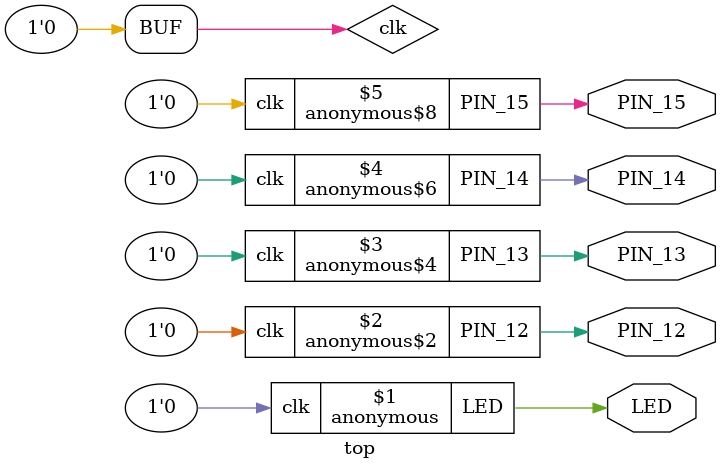
<source format=v>
/* Generated by Yosys 0.8+308 (git sha1 7682629b, clang 7.0.1-4 -fPIC -Os) */

(* \nmigen.hierarchy  = "top.anonymous" *)
(* generator = "nMigen" *)
module anonymous(clk, LED);
  (* src = "blinky.py:20" *)
  reg \$next\LED ;
  (* src = "blinky.py:20" *)
  output LED;
  (* src = "blinky.py:37" *)
  input clk;
  (* src = "/opt/FPGA/tinybx_stuff/blinky2/lsfr.py:12" *)
  wire o;
  \anonymous$1  \$1  (
    .clk(clk),
    .o(o)
  );
  always @* begin
    \$next\LED  = 1'h0;
    \$next\LED  = o;
  end
  assign LED = \$next\LED ;
endmodule

(* \nmigen.hierarchy  = "top.anonymous.anonymous" *)
(* generator = "nMigen" *)
module \anonymous$1 (clk, o);
  wire \$1 ;
  wire \$10 ;
  wire \$13 ;
  wire \$15 ;
  wire [20:0] \$17 ;
  wire [20:0] \$18 ;
  wire \$2 ;
  wire \$4 ;
  wire \$6 ;
  wire \$8 ;
  (* src = "/opt/FPGA/tinybx_stuff/blinky2/lsfr.py:12" *)
  reg \$next\o ;
  (* src = "/opt/FPGA/tinybx_stuff/blinky2/lsfr.py:21" *)
  reg [10:0] \$next\state ;
  (* src = "/opt/FPGA/tinybx_stuff/blinky2/lsfr.py:16" *)
  reg [19:0] \$next\stretcher ;
  (* src = "blinky.py:37" *)
  input clk;
  (* src = "/opt/FPGA/tinybx_stuff/blinky2/lsfr.py:12" *)
  output o;
  (* init = 11'h67c *)
  (* src = "/opt/FPGA/tinybx_stuff/blinky2/lsfr.py:21" *)
  reg [10:0] state = 11'h67c;
  (* init = 20'h00000 *)
  (* src = "/opt/FPGA/tinybx_stuff/blinky2/lsfr.py:16" *)
  reg [19:0] stretcher = 20'h00000;
  assign \$10  = \$8  ^ (* src = "/opt/FPGA/tinybx_stuff/blinky2/lsfr.py:22" *) state[10];
  assign \$1  = ~ (* src = "/opt/FPGA/tinybx_stuff/blinky2/lsfr.py:22" *) \$10 ;
  assign \$13  = stretcher == (* src = "/opt/FPGA/tinybx_stuff/blinky2/lsfr.py:23" *) 20'hfa000;
  assign \$15  = stretcher == (* src = "/opt/FPGA/tinybx_stuff/blinky2/lsfr.py:26" *) 20'hfa001;
  assign \$18  = stretcher + (* src = "/opt/FPGA/tinybx_stuff/blinky2/lsfr.py:29" *) 1'h1;
  assign \$2  = state[0] ^ (* src = "/opt/FPGA/tinybx_stuff/blinky2/lsfr.py:22" *) state[3];
  assign \$4  = \$2  ^ (* src = "/opt/FPGA/tinybx_stuff/blinky2/lsfr.py:22" *) state[4];
  assign \$6  = \$4  ^ (* src = "/opt/FPGA/tinybx_stuff/blinky2/lsfr.py:22" *) state[7];
  assign \$8  = \$6  ^ (* src = "/opt/FPGA/tinybx_stuff/blinky2/lsfr.py:22" *) state[8];
  always @(posedge clk)
      state <= \$next\state ;
  always @(posedge clk)
      stretcher <= \$next\stretcher ;
  always @* begin
    \$next\o  = 1'h0;
    \$next\o  = \$1 ;
  end
  always @* begin
    \$next\state  = state;
    casez (\$13 )
      1'h1:
          \$next\state  = { state[9:0], o };
    endcase
  end
  always @* begin
    \$next\stretcher  = stretcher;
    casez (\$15 )
      1'h1:
          \$next\stretcher  = 20'h00000;
      1'hz:
          \$next\stretcher  = \$17 [19:0];
    endcase
  end
  assign \$17  = \$18 ;
  assign o = \$next\o ;
endmodule

(* \nmigen.hierarchy  = "top.anonymous" *)
(* generator = "nMigen" *)
module \anonymous$2 (PIN_12, clk);
  (* src = "blinky.py:20" *)
  reg \$next\PIN_12 ;
  (* src = "blinky.py:20" *)
  output PIN_12;
  (* src = "blinky.py:37" *)
  input clk;
  (* src = "/opt/FPGA/tinybx_stuff/blinky2/lsfr.py:12" *)
  wire o;
  \anonymous$3  \$1  (
    .clk(clk),
    .o(o)
  );
  always @* begin
    \$next\PIN_12  = 1'h0;
    \$next\PIN_12  = o;
  end
  assign PIN_12 = \$next\PIN_12 ;
endmodule

(* \nmigen.hierarchy  = "top.anonymous.anonymous" *)
(* generator = "nMigen" *)
module \anonymous$3 (o, clk);
  wire \$1 ;
  wire \$10 ;
  wire \$13 ;
  wire \$15 ;
  wire [20:0] \$17 ;
  wire [20:0] \$18 ;
  wire \$2 ;
  wire \$4 ;
  wire \$6 ;
  wire \$8 ;
  (* src = "/opt/FPGA/tinybx_stuff/blinky2/lsfr.py:12" *)
  reg \$next\o ;
  (* src = "/opt/FPGA/tinybx_stuff/blinky2/lsfr.py:21" *)
  reg [12:0] \$next\state ;
  (* src = "/opt/FPGA/tinybx_stuff/blinky2/lsfr.py:16" *)
  reg [19:0] \$next\stretcher ;
  (* src = "blinky.py:37" *)
  input clk;
  (* src = "/opt/FPGA/tinybx_stuff/blinky2/lsfr.py:12" *)
  output o;
  (* init = 13'h0c63 *)
  (* src = "/opt/FPGA/tinybx_stuff/blinky2/lsfr.py:21" *)
  reg [12:0] state = 13'h0c63;
  (* init = 20'h00000 *)
  (* src = "/opt/FPGA/tinybx_stuff/blinky2/lsfr.py:16" *)
  reg [19:0] stretcher = 20'h00000;
  assign \$10  = \$8  ^ (* src = "/opt/FPGA/tinybx_stuff/blinky2/lsfr.py:22" *) state[12];
  assign \$1  = ~ (* src = "/opt/FPGA/tinybx_stuff/blinky2/lsfr.py:22" *) \$10 ;
  assign \$13  = stretcher == (* src = "/opt/FPGA/tinybx_stuff/blinky2/lsfr.py:23" *) 20'hfa000;
  assign \$15  = stretcher == (* src = "/opt/FPGA/tinybx_stuff/blinky2/lsfr.py:26" *) 20'hfa001;
  assign \$18  = stretcher + (* src = "/opt/FPGA/tinybx_stuff/blinky2/lsfr.py:29" *) 1'h1;
  assign \$2  = state[1] ^ (* src = "/opt/FPGA/tinybx_stuff/blinky2/lsfr.py:22" *) state[3];
  assign \$4  = \$2  ^ (* src = "/opt/FPGA/tinybx_stuff/blinky2/lsfr.py:22" *) state[4];
  assign \$6  = \$4  ^ (* src = "/opt/FPGA/tinybx_stuff/blinky2/lsfr.py:22" *) state[6];
  assign \$8  = \$6  ^ (* src = "/opt/FPGA/tinybx_stuff/blinky2/lsfr.py:22" *) state[9];
  always @(posedge clk)
      stretcher <= \$next\stretcher ;
  always @(posedge clk)
      state <= \$next\state ;
  always @* begin
    \$next\o  = 1'h0;
    \$next\o  = \$1 ;
  end
  always @* begin
    \$next\state  = state;
    casez (\$13 )
      1'h1:
          \$next\state  = { state[11:0], o };
    endcase
  end
  always @* begin
    \$next\stretcher  = stretcher;
    casez (\$15 )
      1'h1:
          \$next\stretcher  = 20'h00000;
      1'hz:
          \$next\stretcher  = \$17 [19:0];
    endcase
  end
  assign \$17  = \$18 ;
  assign o = \$next\o ;
endmodule

(* \nmigen.hierarchy  = "top.anonymous" *)
(* generator = "nMigen" *)
module \anonymous$4 (PIN_13, clk);
  (* src = "blinky.py:20" *)
  reg \$next\PIN_13 ;
  (* src = "blinky.py:20" *)
  output PIN_13;
  (* src = "blinky.py:37" *)
  input clk;
  (* src = "/opt/FPGA/tinybx_stuff/blinky2/lsfr.py:12" *)
  wire o;
  \anonymous$5  \$1  (
    .clk(clk),
    .o(o)
  );
  always @* begin
    \$next\PIN_13  = 1'h0;
    \$next\PIN_13  = o;
  end
  assign PIN_13 = \$next\PIN_13 ;
endmodule

(* \nmigen.hierarchy  = "top.anonymous.anonymous" *)
(* generator = "nMigen" *)
module \anonymous$5 (o, clk);
  wire \$1 ;
  wire \$11 ;
  wire [20:0] \$13 ;
  wire [20:0] \$14 ;
  wire \$2 ;
  wire \$4 ;
  wire \$6 ;
  wire \$9 ;
  (* src = "/opt/FPGA/tinybx_stuff/blinky2/lsfr.py:12" *)
  reg \$next\o ;
  (* src = "/opt/FPGA/tinybx_stuff/blinky2/lsfr.py:21" *)
  reg [15:0] \$next\state ;
  (* src = "/opt/FPGA/tinybx_stuff/blinky2/lsfr.py:16" *)
  reg [19:0] \$next\stretcher ;
  (* src = "blinky.py:37" *)
  input clk;
  (* src = "/opt/FPGA/tinybx_stuff/blinky2/lsfr.py:12" *)
  output o;
  (* init = 16'hda94 *)
  (* src = "/opt/FPGA/tinybx_stuff/blinky2/lsfr.py:21" *)
  reg [15:0] state = 16'hda94;
  (* init = 20'h00000 *)
  (* src = "/opt/FPGA/tinybx_stuff/blinky2/lsfr.py:16" *)
  reg [19:0] stretcher = 20'h00000;
  assign \$9  = stretcher == (* src = "/opt/FPGA/tinybx_stuff/blinky2/lsfr.py:23" *) 20'hfa000;
  assign \$11  = stretcher == (* src = "/opt/FPGA/tinybx_stuff/blinky2/lsfr.py:26" *) 20'hfa001;
  assign \$14  = stretcher + (* src = "/opt/FPGA/tinybx_stuff/blinky2/lsfr.py:29" *) 1'h1;
  assign \$2  = state[0] ^ (* src = "/opt/FPGA/tinybx_stuff/blinky2/lsfr.py:22" *) state[6];
  assign \$4  = \$2  ^ (* src = "/opt/FPGA/tinybx_stuff/blinky2/lsfr.py:22" *) state[9];
  assign \$6  = \$4  ^ (* src = "/opt/FPGA/tinybx_stuff/blinky2/lsfr.py:22" *) state[15];
  assign \$1  = ~ (* src = "/opt/FPGA/tinybx_stuff/blinky2/lsfr.py:22" *) \$6 ;
  always @(posedge clk)
      stretcher <= \$next\stretcher ;
  always @(posedge clk)
      state <= \$next\state ;
  always @* begin
    \$next\o  = 1'h0;
    \$next\o  = \$1 ;
  end
  always @* begin
    \$next\state  = state;
    casez (\$9 )
      1'h1:
          \$next\state  = { state[14:0], o };
    endcase
  end
  always @* begin
    \$next\stretcher  = stretcher;
    casez (\$11 )
      1'h1:
          \$next\stretcher  = 20'h00000;
      1'hz:
          \$next\stretcher  = \$13 [19:0];
    endcase
  end
  assign \$13  = \$14 ;
  assign o = \$next\o ;
endmodule

(* \nmigen.hierarchy  = "top.anonymous" *)
(* generator = "nMigen" *)
module \anonymous$6 (PIN_14, clk);
  (* src = "blinky.py:20" *)
  reg \$next\PIN_14 ;
  (* src = "blinky.py:20" *)
  output PIN_14;
  (* src = "blinky.py:37" *)
  input clk;
  (* src = "/opt/FPGA/tinybx_stuff/blinky2/lsfr.py:12" *)
  wire o;
  \anonymous$7  \$1  (
    .clk(clk),
    .o(o)
  );
  always @* begin
    \$next\PIN_14  = 1'h0;
    \$next\PIN_14  = o;
  end
  assign PIN_14 = \$next\PIN_14 ;
endmodule

(* \nmigen.hierarchy  = "top.anonymous.anonymous" *)
(* generator = "nMigen" *)
module \anonymous$7 (o, clk);
  wire \$1 ;
  wire \$11 ;
  wire [20:0] \$13 ;
  wire [20:0] \$14 ;
  wire \$2 ;
  wire \$4 ;
  wire \$6 ;
  wire \$9 ;
  (* src = "/opt/FPGA/tinybx_stuff/blinky2/lsfr.py:12" *)
  reg \$next\o ;
  (* src = "/opt/FPGA/tinybx_stuff/blinky2/lsfr.py:21" *)
  reg [6:0] \$next\state ;
  (* src = "/opt/FPGA/tinybx_stuff/blinky2/lsfr.py:16" *)
  reg [19:0] \$next\stretcher ;
  (* src = "blinky.py:37" *)
  input clk;
  (* src = "/opt/FPGA/tinybx_stuff/blinky2/lsfr.py:12" *)
  output o;
  (* init = 7'h28 *)
  (* src = "/opt/FPGA/tinybx_stuff/blinky2/lsfr.py:21" *)
  reg [6:0] state = 7'h28;
  (* init = 20'h00000 *)
  (* src = "/opt/FPGA/tinybx_stuff/blinky2/lsfr.py:16" *)
  reg [19:0] stretcher = 20'h00000;
  assign \$9  = stretcher == (* src = "/opt/FPGA/tinybx_stuff/blinky2/lsfr.py:23" *) 20'hfa000;
  assign \$11  = stretcher == (* src = "/opt/FPGA/tinybx_stuff/blinky2/lsfr.py:26" *) 20'hfa001;
  assign \$14  = stretcher + (* src = "/opt/FPGA/tinybx_stuff/blinky2/lsfr.py:29" *) 1'h1;
  assign \$2  = state[2] ^ (* src = "/opt/FPGA/tinybx_stuff/blinky2/lsfr.py:22" *) state[3];
  assign \$4  = \$2  ^ (* src = "/opt/FPGA/tinybx_stuff/blinky2/lsfr.py:22" *) state[4];
  assign \$6  = \$4  ^ (* src = "/opt/FPGA/tinybx_stuff/blinky2/lsfr.py:22" *) state[6];
  assign \$1  = ~ (* src = "/opt/FPGA/tinybx_stuff/blinky2/lsfr.py:22" *) \$6 ;
  always @(posedge clk)
      stretcher <= \$next\stretcher ;
  always @(posedge clk)
      state <= \$next\state ;
  always @* begin
    \$next\o  = 1'h0;
    \$next\o  = \$1 ;
  end
  always @* begin
    \$next\state  = state;
    casez (\$9 )
      1'h1:
          \$next\state  = { state[5:0], o };
    endcase
  end
  always @* begin
    \$next\stretcher  = stretcher;
    casez (\$11 )
      1'h1:
          \$next\stretcher  = 20'h00000;
      1'hz:
          \$next\stretcher  = \$13 [19:0];
    endcase
  end
  assign \$13  = \$14 ;
  assign o = \$next\o ;
endmodule

(* \nmigen.hierarchy  = "top.anonymous" *)
(* generator = "nMigen" *)
module \anonymous$8 (PIN_15, clk);
  (* src = "blinky.py:20" *)
  reg \$next\PIN_15 ;
  (* src = "blinky.py:20" *)
  output PIN_15;
  (* src = "blinky.py:37" *)
  input clk;
  (* src = "/opt/FPGA/tinybx_stuff/blinky2/lsfr.py:12" *)
  wire o;
  \anonymous$9  \$1  (
    .clk(clk),
    .o(o)
  );
  always @* begin
    \$next\PIN_15  = 1'h0;
    \$next\PIN_15  = o;
  end
  assign PIN_15 = \$next\PIN_15 ;
endmodule

(* \nmigen.hierarchy  = "top.anonymous.anonymous" *)
(* generator = "nMigen" *)
module \anonymous$9 (o, clk);
  wire \$1 ;
  wire \$10 ;
  wire \$12 ;
  wire \$14 ;
  wire \$16 ;
  wire \$18 ;
  wire \$2 ;
  wire \$21 ;
  wire \$23 ;
  wire [20:0] \$25 ;
  wire [20:0] \$26 ;
  wire \$4 ;
  wire \$6 ;
  wire \$8 ;
  (* src = "/opt/FPGA/tinybx_stuff/blinky2/lsfr.py:12" *)
  reg \$next\o ;
  (* src = "/opt/FPGA/tinybx_stuff/blinky2/lsfr.py:21" *)
  reg [31:0] \$next\state ;
  (* src = "/opt/FPGA/tinybx_stuff/blinky2/lsfr.py:16" *)
  reg [19:0] \$next\stretcher ;
  (* src = "blinky.py:37" *)
  input clk;
  (* src = "/opt/FPGA/tinybx_stuff/blinky2/lsfr.py:12" *)
  output o;
  (* init = 32'd2111312225 *)
  (* src = "/opt/FPGA/tinybx_stuff/blinky2/lsfr.py:21" *)
  reg [31:0] state = 32'd2111312225;
  (* init = 20'h00000 *)
  (* src = "/opt/FPGA/tinybx_stuff/blinky2/lsfr.py:16" *)
  reg [19:0] stretcher = 20'h00000;
  assign \$10  = \$8  ^ (* src = "/opt/FPGA/tinybx_stuff/blinky2/lsfr.py:22" *) state[5];
  assign \$12  = \$10  ^ (* src = "/opt/FPGA/tinybx_stuff/blinky2/lsfr.py:22" *) state[7];
  assign \$14  = \$12  ^ (* src = "/opt/FPGA/tinybx_stuff/blinky2/lsfr.py:22" *) state[8];
  assign \$16  = \$14  ^ (* src = "/opt/FPGA/tinybx_stuff/blinky2/lsfr.py:22" *) state[9];
  assign \$18  = \$16  ^ (* src = "/opt/FPGA/tinybx_stuff/blinky2/lsfr.py:22" *) state[31];
  assign \$1  = ~ (* src = "/opt/FPGA/tinybx_stuff/blinky2/lsfr.py:22" *) \$18 ;
  assign \$21  = stretcher == (* src = "/opt/FPGA/tinybx_stuff/blinky2/lsfr.py:23" *) 20'hfa000;
  assign \$23  = stretcher == (* src = "/opt/FPGA/tinybx_stuff/blinky2/lsfr.py:26" *) 20'hfa001;
  assign \$26  = stretcher + (* src = "/opt/FPGA/tinybx_stuff/blinky2/lsfr.py:29" *) 1'h1;
  assign \$2  = state[0] ^ (* src = "/opt/FPGA/tinybx_stuff/blinky2/lsfr.py:22" *) state[1];
  assign \$4  = \$2  ^ (* src = "/opt/FPGA/tinybx_stuff/blinky2/lsfr.py:22" *) state[2];
  assign \$6  = \$4  ^ (* src = "/opt/FPGA/tinybx_stuff/blinky2/lsfr.py:22" *) state[3];
  assign \$8  = \$6  ^ (* src = "/opt/FPGA/tinybx_stuff/blinky2/lsfr.py:22" *) state[4];
  always @(posedge clk)
      stretcher <= \$next\stretcher ;
  always @(posedge clk)
      state <= \$next\state ;
  always @* begin
    \$next\o  = 1'h0;
    \$next\o  = \$1 ;
  end
  always @* begin
    \$next\state  = state;
    casez (\$21 )
      1'h1:
          \$next\state  = { state[30:0], o };
    endcase
  end
  always @* begin
    \$next\stretcher  = stretcher;
    casez (\$23 )
      1'h1:
          \$next\stretcher  = 20'h00000;
      1'hz:
          \$next\stretcher  = \$25 [19:0];
    endcase
  end
  assign \$25  = \$26 ;
  assign o = \$next\o ;
endmodule

(* \nmigen.hierarchy  = "top" *)
(* top =  1  *)
(* generator = "nMigen" *)
module top(PIN_12, PIN_13, PIN_14, PIN_15, LED);
  (* src = "blinky.py:20" *)
  output LED;
  (* src = "blinky.py:20" *)
  output PIN_12;
  (* src = "blinky.py:20" *)
  output PIN_13;
  (* src = "blinky.py:20" *)
  output PIN_14;
  (* src = "blinky.py:20" *)
  output PIN_15;
  (* src = "blinky.py:37" *)
  wire clk;
  anonymous \$1  (
    .LED(LED),
    .clk(clk)
  );
  \anonymous$2  \$2  (
    .PIN_12(PIN_12),
    .clk(clk)
  );
  \anonymous$4  \$3  (
    .PIN_13(PIN_13),
    .clk(clk)
  );
  \anonymous$6  \$4  (
    .PIN_14(PIN_14),
    .clk(clk)
  );
  \anonymous$8  \$5  (
    .PIN_15(PIN_15),
    .clk(clk)
  );
  assign clk = 1'h0;
endmodule

</source>
